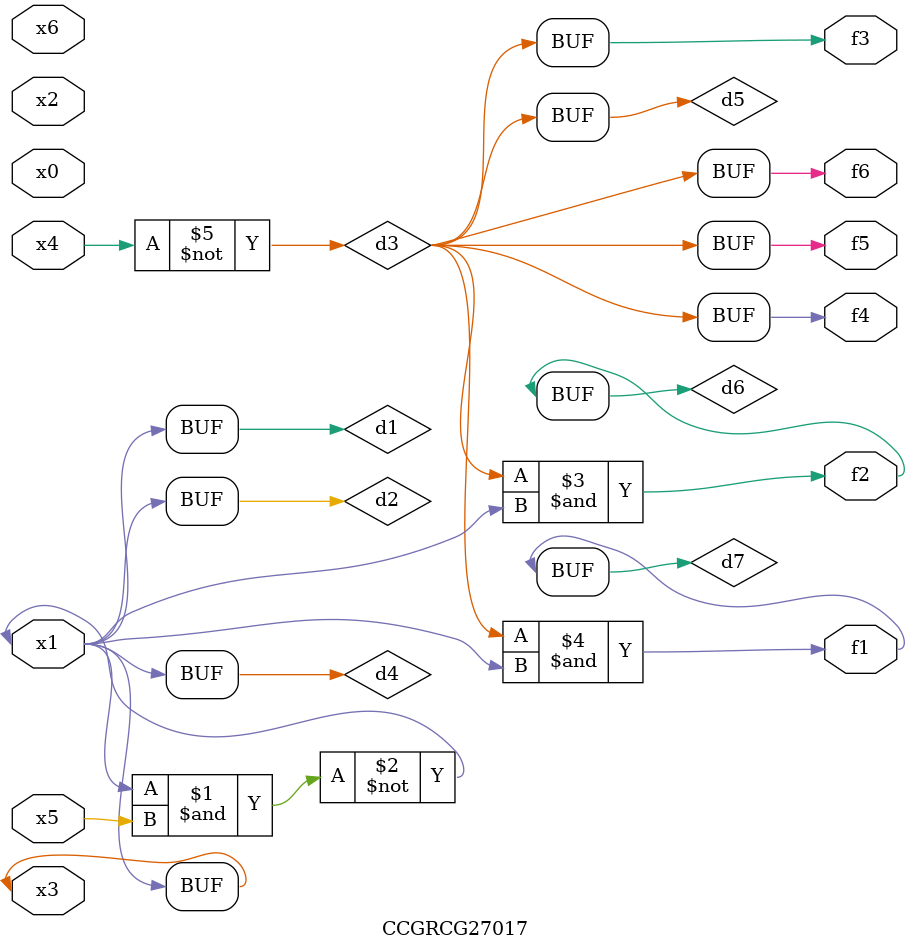
<source format=v>
module CCGRCG27017(
	input x0, x1, x2, x3, x4, x5, x6,
	output f1, f2, f3, f4, f5, f6
);

	wire d1, d2, d3, d4, d5, d6, d7;

	buf (d1, x1, x3);
	nand (d2, x1, x5);
	not (d3, x4);
	buf (d4, d1, d2);
	buf (d5, d3);
	and (d6, d3, d4);
	and (d7, d3, d4);
	assign f1 = d7;
	assign f2 = d6;
	assign f3 = d5;
	assign f4 = d5;
	assign f5 = d5;
	assign f6 = d5;
endmodule

</source>
